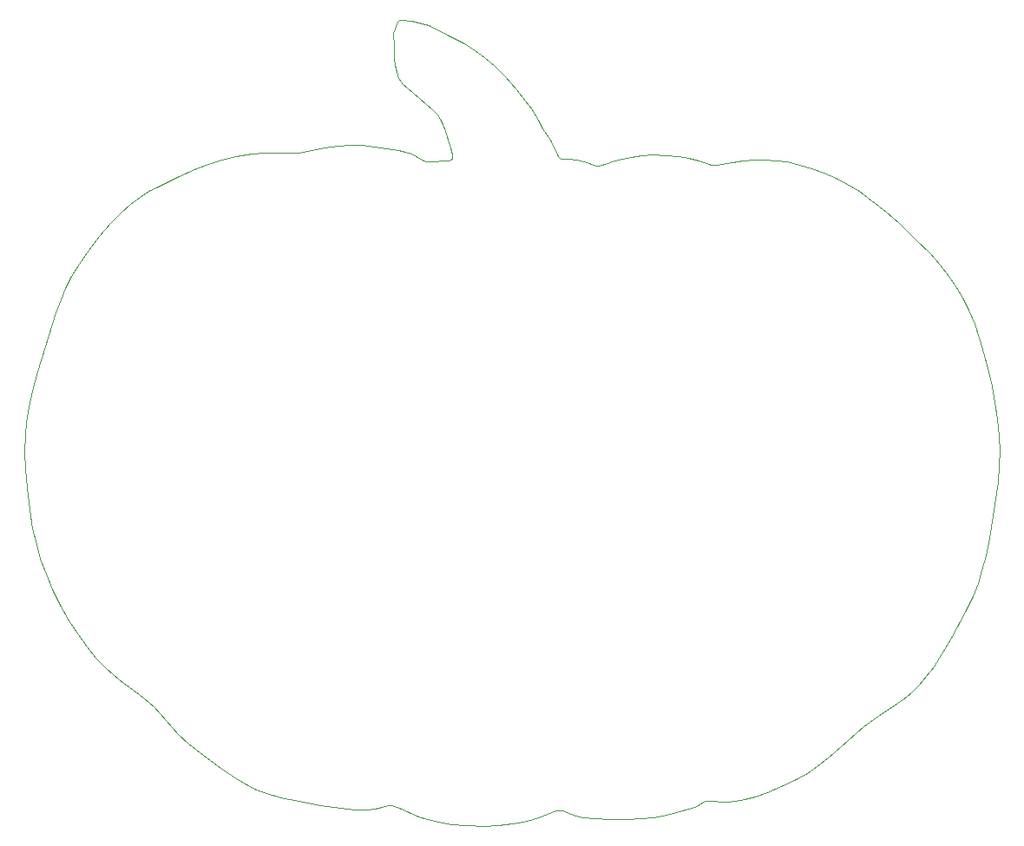
<source format=gbr>
G04 Layer_Color=0*
%FSLAX26Y26*%
%MOIN*%
%TF.FileFunction,Profile,NP*%
%TF.Part,Single*%
%TFFileComment,Halloween PCB
Pumpkin Badge
V1
Gadorach
(W.W.S.)*%
G01*
G75*
%TA.AperFunction,Profile*%
%ADD84C,0.001000*%
D84*
X2488977Y1819067D02*
X2512549Y1792398D01*
X2584140Y1712751D01*
X2624832Y1675610D01*
X2679514Y1631182D01*
X2746698Y1581623D01*
X2806047Y1541985D01*
X2847138Y1518128D01*
X2885008Y1500191D01*
X2925113Y1485111D01*
X2978475Y1469447D01*
X3046845Y1453737D01*
X3132104Y1438174D01*
X3207310Y1427812D01*
X3264358Y1423117D01*
X3306252Y1423062D01*
X3339054Y1426279D01*
X3366538Y1431878D01*
X3391800Y1437023D01*
X3402795Y1437064D01*
X3415226Y1434628D01*
X3432934Y1427951D01*
X3506808Y1395289D01*
X3541244Y1384011D01*
X3583784Y1374145D01*
X3635047Y1366319D01*
X3694002Y1361300D01*
X3758001Y1359791D01*
X3815162Y1361833D01*
X3866735Y1366929D01*
X3910791Y1374543D01*
X3946720Y1384030D01*
X3978436Y1395817D01*
X4028220Y1416558D01*
X4038058Y1419162D01*
X4044816Y1420010D01*
X4052448Y1419668D01*
X4059279Y1418193D01*
X4109478Y1399273D01*
X4139502Y1392640D01*
X4182553Y1387362D01*
X4241630Y1383998D01*
X4308952Y1383920D01*
X4361624Y1387000D01*
X4410805Y1393296D01*
X4461878Y1403208D01*
X4556702Y1426993D01*
X4576072Y1436450D01*
X4601605Y1452931D01*
X4609253Y1455141D01*
X4619242Y1456261D01*
X4694088Y1452316D01*
X4724610Y1454211D01*
X4759780Y1460337D01*
X4800929Y1471399D01*
X4848156Y1487976D01*
X4900690Y1510247D01*
X4956294Y1537728D01*
X4999032Y1562569D01*
X5037356Y1588653D01*
X5080288Y1622543D01*
X5129460Y1666169D01*
X5215580Y1741083D01*
X5253518Y1768370D01*
X5367685Y1846284D01*
X5400789Y1873471D01*
X5429088Y1900934D01*
X5457782Y1934015D01*
X5486650Y1973074D01*
X5517084Y2020458D01*
X5552707Y2082254D01*
X5610427Y2188313D01*
X5636866Y2243235D01*
X5656033Y2290987D01*
X5671739Y2340398D01*
X5685901Y2397308D01*
X5699432Y2466527D01*
X5732607Y2682143D01*
X5738198Y2743672D01*
X5739968Y2800083D01*
X5737954Y2858668D01*
X5731936Y2921395D01*
X5721545Y2989663D01*
X5706140Y3065875D01*
X5684348Y3155042D01*
X5664210Y3225092D01*
X5642727Y3287693D01*
X5620851Y3340885D01*
X5597997Y3387586D01*
X5573873Y3429268D01*
X5545012Y3471619D01*
X5510531Y3515403D01*
X5469223Y3561736D01*
X5418810Y3612738D01*
X5353501Y3673881D01*
X5302302Y3718916D01*
X5247248Y3763092D01*
X5198879Y3797423D01*
X5153274Y3825609D01*
X5108847Y3849126D01*
X5063565Y3869371D01*
X5017391Y3886434D01*
X4970990Y3900096D01*
X4924942Y3910242D01*
X4879728Y3916853D01*
X4835721Y3919977D01*
X4793193Y3919712D01*
X4752326Y3916180D01*
X4713225Y3909515D01*
X4649060Y3899143D01*
X4629245Y3899710D01*
X4623060Y3901343D01*
X4585086Y3915867D01*
X4545290Y3925933D01*
X4508131Y3931645D01*
X4408510Y3938083D01*
X4364604Y3935362D01*
X4323854Y3929337D01*
X4275376Y3918476D01*
X4251279Y3911814D01*
X4232831Y3905749D01*
X4200713Y3894576D01*
X4197358Y3894750D01*
X4191984Y3896087D01*
X4142491Y3912243D01*
X4114230Y3918155D01*
X4086578Y3921695D01*
X4062118Y3921802D01*
X4055711Y3922259D01*
X4053236Y3922946D01*
X4051532Y3923736D01*
X4049595Y3925070D01*
X4047158Y3927549D01*
X4044807Y3930846D01*
X4013646Y3993795D01*
X3984272Y4040041D01*
X3965946Y4070370D01*
X3942740Y4111702D01*
X3918562Y4146328D01*
X3884065Y4189041D01*
X3839847Y4237889D01*
X3798854Y4278670D01*
X3761144Y4311440D01*
X3724960Y4338332D01*
X3683242Y4364526D01*
X3631369Y4393031D01*
X3548609Y4434472D01*
X3520292Y4443048D01*
X3480042Y4450555D01*
X3446873Y4454191D01*
X3435996Y4454245D01*
X3433253Y4453816D01*
X3431582Y4453256D01*
X3430495Y4452674D01*
X3429317Y4451754D01*
X3427878Y4450086D01*
X3426446Y4447785D01*
X3410436Y4404832D01*
X3409976Y4394750D01*
X3413014Y4364501D01*
X3412576Y4304495D01*
X3415688Y4282048D01*
X3422440Y4253619D01*
X3430447Y4232992D01*
X3438854Y4219158D01*
X3448358Y4208325D01*
X3462772Y4195922D01*
X3512008Y4156430D01*
X3559760Y4111430D01*
X3579858Y4091091D01*
X3591657Y4074978D01*
X3601260Y4055844D01*
X3610800Y4029537D01*
X3631549Y3964281D01*
X3637408Y3939127D01*
X3637873Y3931118D01*
X3637332Y3926370D01*
X3636373Y3923270D01*
X3635302Y3921250D01*
X3634158Y3919789D01*
X3632628Y3918445D01*
X3630740Y3917352D01*
X3628563Y3916528D01*
X3625291Y3915787D01*
X3619809Y3915267D01*
X3546318Y3910685D01*
X3536560Y3912458D01*
X3527802Y3915556D01*
X3479658Y3941109D01*
X3457878Y3948124D01*
X3428905Y3953944D01*
X3290810Y3974916D01*
X3244680Y3975584D01*
X3197587Y3972330D01*
X3148260Y3965056D01*
X3045522Y3945552D01*
X3013678Y3944450D01*
X2913951Y3945304D01*
X2865727Y3940251D01*
X2808571Y3930643D01*
X2749873Y3917372D01*
X2700978Y3902762D01*
X2653571Y3884531D01*
X2581743Y3851606D01*
X2505948Y3815826D01*
X2470782Y3796944D01*
X2435806Y3774645D01*
X2399715Y3747120D01*
X2362561Y3713990D01*
X2323564Y3674194D01*
X2281979Y3626324D01*
X2240770Y3572986D01*
X2203495Y3518913D01*
X2174335Y3470522D01*
X2151117Y3425419D01*
X2132776Y3382502D01*
X2114638Y3331028D01*
X2042926Y3105566D01*
X2022975Y3031739D01*
X2009534Y2968656D01*
X2000892Y2911771D01*
X1996254Y2859165D01*
X1994679Y2798915D01*
X1996744Y2732550D01*
X2002808Y2657144D01*
X2012825Y2574914D01*
X2024990Y2503293D01*
X2039062Y2440848D01*
X2055165Y2384723D01*
X2075687Y2327028D01*
X2100716Y2268378D01*
X2130527Y2208505D01*
X2165489Y2147118D01*
X2199310Y2094718D01*
X2233418Y2048049D01*
X2267882Y2006540D01*
X2302748Y1969741D01*
X2338062Y1937283D01*
X2373867Y1908850D01*
X2433104Y1866581D01*
X2488977Y1819067D01*
%TF.MD5,de000f7cf72c7107cb24a2cd67141295*%
M02*

</source>
